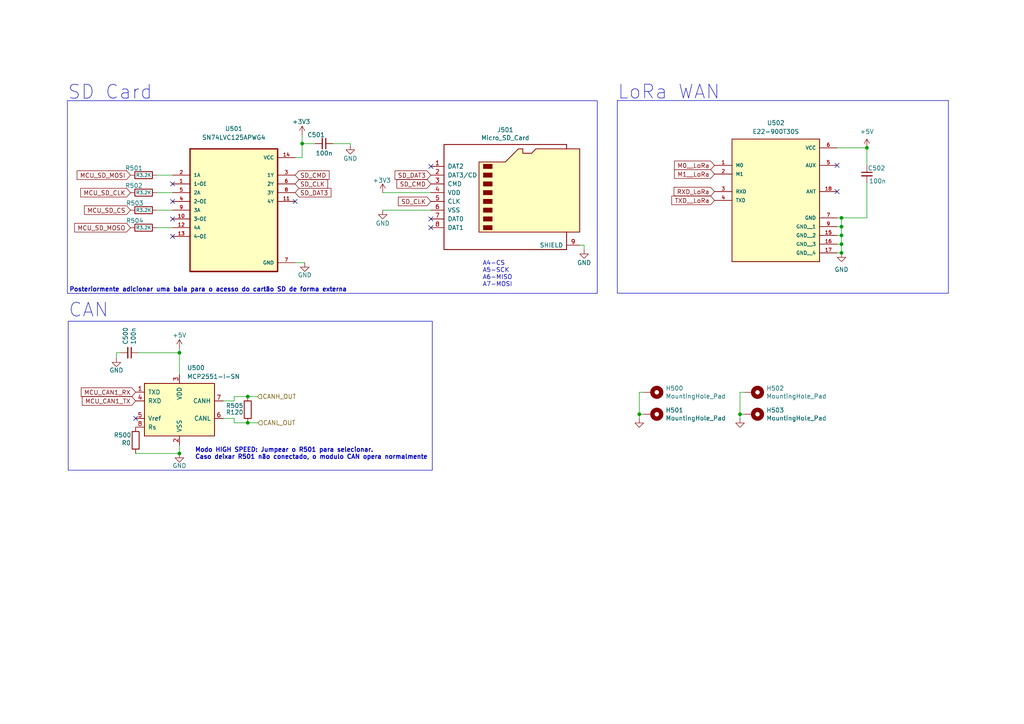
<source format=kicad_sch>
(kicad_sch (version 20230121) (generator eeschema)

  (uuid 8a801e8d-eb96-4666-aae5-97dd511c7930)

  (paper "A4")

  (lib_symbols
    (symbol "+5V_1" (power) (pin_names (offset 0)) (in_bom yes) (on_board yes)
      (property "Reference" "#PWR" (at 0 -3.81 0)
        (effects (font (size 1.27 1.27)) hide)
      )
      (property "Value" "+5V_1" (at 0 3.556 0)
        (effects (font (size 1.27 1.27)))
      )
      (property "Footprint" "" (at 0 0 0)
        (effects (font (size 1.27 1.27)) hide)
      )
      (property "Datasheet" "" (at 0 0 0)
        (effects (font (size 1.27 1.27)) hide)
      )
      (property "ki_keywords" "global power" (at 0 0 0)
        (effects (font (size 1.27 1.27)) hide)
      )
      (property "ki_description" "Power symbol creates a global label with name \"+5V\"" (at 0 0 0)
        (effects (font (size 1.27 1.27)) hide)
      )
      (symbol "+5V_1_0_1"
        (polyline
          (pts
            (xy -0.762 1.27)
            (xy 0 2.54)
          )
          (stroke (width 0) (type default))
          (fill (type none))
        )
        (polyline
          (pts
            (xy 0 0)
            (xy 0 2.54)
          )
          (stroke (width 0) (type default))
          (fill (type none))
        )
        (polyline
          (pts
            (xy 0 2.54)
            (xy 0.762 1.27)
          )
          (stroke (width 0) (type default))
          (fill (type none))
        )
      )
      (symbol "+5V_1_1_1"
        (pin power_in line (at 0 0 90) (length 0) hide
          (name "+5V" (effects (font (size 1.27 1.27))))
          (number "1" (effects (font (size 1.27 1.27))))
        )
      )
    )
    (symbol "Connector:Micro_SD_Card" (pin_names (offset 1.016)) (in_bom yes) (on_board yes)
      (property "Reference" "J" (at -16.51 15.24 0)
        (effects (font (size 1.27 1.27)))
      )
      (property "Value" "Micro_SD_Card" (at 16.51 15.24 0)
        (effects (font (size 1.27 1.27)) (justify right))
      )
      (property "Footprint" "" (at 29.21 7.62 0)
        (effects (font (size 1.27 1.27)) hide)
      )
      (property "Datasheet" "http://katalog.we-online.de/em/datasheet/693072010801.pdf" (at 0 0 0)
        (effects (font (size 1.27 1.27)) hide)
      )
      (property "ki_keywords" "connector SD microsd" (at 0 0 0)
        (effects (font (size 1.27 1.27)) hide)
      )
      (property "ki_description" "Micro SD Card Socket" (at 0 0 0)
        (effects (font (size 1.27 1.27)) hide)
      )
      (property "ki_fp_filters" "microSD*" (at 0 0 0)
        (effects (font (size 1.27 1.27)) hide)
      )
      (symbol "Micro_SD_Card_0_1"
        (rectangle (start -7.62 -9.525) (end -5.08 -10.795)
          (stroke (width 0) (type default))
          (fill (type outline))
        )
        (rectangle (start -7.62 -6.985) (end -5.08 -8.255)
          (stroke (width 0) (type default))
          (fill (type outline))
        )
        (rectangle (start -7.62 -4.445) (end -5.08 -5.715)
          (stroke (width 0) (type default))
          (fill (type outline))
        )
        (rectangle (start -7.62 -1.905) (end -5.08 -3.175)
          (stroke (width 0) (type default))
          (fill (type outline))
        )
        (rectangle (start -7.62 0.635) (end -5.08 -0.635)
          (stroke (width 0) (type default))
          (fill (type outline))
        )
        (rectangle (start -7.62 3.175) (end -5.08 1.905)
          (stroke (width 0) (type default))
          (fill (type outline))
        )
        (rectangle (start -7.62 5.715) (end -5.08 4.445)
          (stroke (width 0) (type default))
          (fill (type outline))
        )
        (rectangle (start -7.62 8.255) (end -5.08 6.985)
          (stroke (width 0) (type default))
          (fill (type outline))
        )
        (polyline
          (pts
            (xy 16.51 12.7)
            (xy 16.51 13.97)
            (xy -19.05 13.97)
            (xy -19.05 -16.51)
            (xy 16.51 -16.51)
            (xy 16.51 -11.43)
          )
          (stroke (width 0.254) (type default))
          (fill (type none))
        )
        (polyline
          (pts
            (xy -8.89 -11.43)
            (xy -8.89 8.89)
            (xy -1.27 8.89)
            (xy 2.54 12.7)
            (xy 3.81 12.7)
            (xy 3.81 11.43)
            (xy 6.35 11.43)
            (xy 7.62 12.7)
            (xy 20.32 12.7)
            (xy 20.32 -11.43)
            (xy -8.89 -11.43)
          )
          (stroke (width 0.254) (type default))
          (fill (type background))
        )
      )
      (symbol "Micro_SD_Card_1_1"
        (pin bidirectional line (at -22.86 7.62 0) (length 3.81)
          (name "DAT2" (effects (font (size 1.27 1.27))))
          (number "1" (effects (font (size 1.27 1.27))))
        )
        (pin bidirectional line (at -22.86 5.08 0) (length 3.81)
          (name "DAT3/CD" (effects (font (size 1.27 1.27))))
          (number "2" (effects (font (size 1.27 1.27))))
        )
        (pin input line (at -22.86 2.54 0) (length 3.81)
          (name "CMD" (effects (font (size 1.27 1.27))))
          (number "3" (effects (font (size 1.27 1.27))))
        )
        (pin power_in line (at -22.86 0 0) (length 3.81)
          (name "VDD" (effects (font (size 1.27 1.27))))
          (number "4" (effects (font (size 1.27 1.27))))
        )
        (pin input line (at -22.86 -2.54 0) (length 3.81)
          (name "CLK" (effects (font (size 1.27 1.27))))
          (number "5" (effects (font (size 1.27 1.27))))
        )
        (pin power_in line (at -22.86 -5.08 0) (length 3.81)
          (name "VSS" (effects (font (size 1.27 1.27))))
          (number "6" (effects (font (size 1.27 1.27))))
        )
        (pin bidirectional line (at -22.86 -7.62 0) (length 3.81)
          (name "DAT0" (effects (font (size 1.27 1.27))))
          (number "7" (effects (font (size 1.27 1.27))))
        )
        (pin bidirectional line (at -22.86 -10.16 0) (length 3.81)
          (name "DAT1" (effects (font (size 1.27 1.27))))
          (number "8" (effects (font (size 1.27 1.27))))
        )
        (pin passive line (at 20.32 -15.24 180) (length 3.81)
          (name "SHIELD" (effects (font (size 1.27 1.27))))
          (number "9" (effects (font (size 1.27 1.27))))
        )
      )
    )
    (symbol "Custom:SN74LVC125AD" (pin_names (offset 1.016)) (in_bom yes) (on_board yes)
      (property "Reference" "U" (at -12.7 18.78 0)
        (effects (font (size 1.27 1.27)) (justify left bottom))
      )
      (property "Value" "SN74LVC125AD" (at -12.7 -21.78 0)
        (effects (font (size 1.27 1.27)) (justify left bottom))
      )
      (property "Footprint" "SOIC127P600X175-14N" (at 0 0 0)
        (effects (font (size 1.27 1.27)) (justify bottom) hide)
      )
      (property "Datasheet" "" (at 0 0 0)
        (effects (font (size 1.27 1.27)) hide)
      )
      (symbol "SN74LVC125AD_0_0"
        (rectangle (start -12.7 -17.78) (end 12.7 17.78)
          (stroke (width 0.41) (type default))
          (fill (type background))
        )
        (pin input line (at -17.78 7.62 0) (length 5.08)
          (name "1~OE" (effects (font (size 1.016 1.016))))
          (number "1" (effects (font (size 1.016 1.016))))
        )
        (pin input line (at -17.78 -2.54 0) (length 5.08)
          (name "3~OE" (effects (font (size 1.016 1.016))))
          (number "10" (effects (font (size 1.016 1.016))))
        )
        (pin output line (at 17.78 2.54 180) (length 5.08)
          (name "4Y" (effects (font (size 1.016 1.016))))
          (number "11" (effects (font (size 1.016 1.016))))
        )
        (pin input line (at -17.78 -5.08 0) (length 5.08)
          (name "4A" (effects (font (size 1.016 1.016))))
          (number "12" (effects (font (size 1.016 1.016))))
        )
        (pin input line (at -17.78 -7.62 0) (length 5.08)
          (name "4~OE" (effects (font (size 1.016 1.016))))
          (number "13" (effects (font (size 1.016 1.016))))
        )
        (pin power_in line (at 17.78 15.24 180) (length 5.08)
          (name "VCC" (effects (font (size 1.016 1.016))))
          (number "14" (effects (font (size 1.016 1.016))))
        )
        (pin input line (at -17.78 10.16 0) (length 5.08)
          (name "1A" (effects (font (size 1.016 1.016))))
          (number "2" (effects (font (size 1.016 1.016))))
        )
        (pin output line (at 17.78 10.16 180) (length 5.08)
          (name "1Y" (effects (font (size 1.016 1.016))))
          (number "3" (effects (font (size 1.016 1.016))))
        )
        (pin input line (at -17.78 2.54 0) (length 5.08)
          (name "2~OE" (effects (font (size 1.016 1.016))))
          (number "4" (effects (font (size 1.016 1.016))))
        )
        (pin input line (at -17.78 5.08 0) (length 5.08)
          (name "2A" (effects (font (size 1.016 1.016))))
          (number "5" (effects (font (size 1.016 1.016))))
        )
        (pin output line (at 17.78 7.62 180) (length 5.08)
          (name "2Y" (effects (font (size 1.016 1.016))))
          (number "6" (effects (font (size 1.016 1.016))))
        )
        (pin power_in line (at 17.78 -15.24 180) (length 5.08)
          (name "GND" (effects (font (size 1.016 1.016))))
          (number "7" (effects (font (size 1.016 1.016))))
        )
        (pin output line (at 17.78 5.08 180) (length 5.08)
          (name "3Y" (effects (font (size 1.016 1.016))))
          (number "8" (effects (font (size 1.016 1.016))))
        )
        (pin input line (at -17.78 0 0) (length 5.08)
          (name "3A" (effects (font (size 1.016 1.016))))
          (number "9" (effects (font (size 1.016 1.016))))
        )
      )
    )
    (symbol "Device:C_Small" (pin_numbers hide) (pin_names (offset 0.254) hide) (in_bom yes) (on_board yes)
      (property "Reference" "C" (at 0.254 1.778 0)
        (effects (font (size 1.27 1.27)) (justify left))
      )
      (property "Value" "C_Small" (at 0.254 -2.032 0)
        (effects (font (size 1.27 1.27)) (justify left))
      )
      (property "Footprint" "" (at 0 0 0)
        (effects (font (size 1.27 1.27)) hide)
      )
      (property "Datasheet" "~" (at 0 0 0)
        (effects (font (size 1.27 1.27)) hide)
      )
      (property "ki_keywords" "capacitor cap" (at 0 0 0)
        (effects (font (size 1.27 1.27)) hide)
      )
      (property "ki_description" "Unpolarized capacitor, small symbol" (at 0 0 0)
        (effects (font (size 1.27 1.27)) hide)
      )
      (property "ki_fp_filters" "C_*" (at 0 0 0)
        (effects (font (size 1.27 1.27)) hide)
      )
      (symbol "C_Small_0_1"
        (polyline
          (pts
            (xy -1.524 -0.508)
            (xy 1.524 -0.508)
          )
          (stroke (width 0.3302) (type default))
          (fill (type none))
        )
        (polyline
          (pts
            (xy -1.524 0.508)
            (xy 1.524 0.508)
          )
          (stroke (width 0.3048) (type default))
          (fill (type none))
        )
      )
      (symbol "C_Small_1_1"
        (pin passive line (at 0 2.54 270) (length 2.032)
          (name "~" (effects (font (size 1.27 1.27))))
          (number "1" (effects (font (size 1.27 1.27))))
        )
        (pin passive line (at 0 -2.54 90) (length 2.032)
          (name "~" (effects (font (size 1.27 1.27))))
          (number "2" (effects (font (size 1.27 1.27))))
        )
      )
    )
    (symbol "Device:R" (pin_numbers hide) (pin_names (offset 0)) (in_bom yes) (on_board yes)
      (property "Reference" "R" (at 2.032 0 90)
        (effects (font (size 1.27 1.27)))
      )
      (property "Value" "R" (at 0 0 90)
        (effects (font (size 1.27 1.27)))
      )
      (property "Footprint" "" (at -1.778 0 90)
        (effects (font (size 1.27 1.27)) hide)
      )
      (property "Datasheet" "~" (at 0 0 0)
        (effects (font (size 1.27 1.27)) hide)
      )
      (property "ki_keywords" "R res resistor" (at 0 0 0)
        (effects (font (size 1.27 1.27)) hide)
      )
      (property "ki_description" "Resistor" (at 0 0 0)
        (effects (font (size 1.27 1.27)) hide)
      )
      (property "ki_fp_filters" "R_*" (at 0 0 0)
        (effects (font (size 1.27 1.27)) hide)
      )
      (symbol "R_0_1"
        (rectangle (start -1.016 -2.54) (end 1.016 2.54)
          (stroke (width 0.254) (type default))
          (fill (type none))
        )
      )
      (symbol "R_1_1"
        (pin passive line (at 0 3.81 270) (length 1.27)
          (name "~" (effects (font (size 1.27 1.27))))
          (number "1" (effects (font (size 1.27 1.27))))
        )
        (pin passive line (at 0 -3.81 90) (length 1.27)
          (name "~" (effects (font (size 1.27 1.27))))
          (number "2" (effects (font (size 1.27 1.27))))
        )
      )
    )
    (symbol "E22-900T30S:E22-900T30S" (pin_names (offset 1.016)) (in_bom yes) (on_board yes)
      (property "Reference" "U" (at -12.7 13.462 0)
        (effects (font (size 1.27 1.27)) (justify left bottom))
      )
      (property "Value" "E22-900T30S" (at -12.7 -25.4 0)
        (effects (font (size 1.27 1.27)) (justify left bottom))
      )
      (property "Footprint" "SnapEDA Library:XCVR_E22-900T30S" (at 0 0 0)
        (effects (font (size 1.27 1.27)) (justify left bottom) hide)
      )
      (property "Datasheet" "" (at 0 0 0)
        (effects (font (size 1.27 1.27)) (justify left bottom) hide)
      )
      (property "PARTREV" "1.4" (at 0 0 0)
        (effects (font (size 1.27 1.27)) (justify left bottom) hide)
      )
      (property "MANUFACTURER" "EBYTE" (at 0 0 0)
        (effects (font (size 1.27 1.27)) (justify left bottom) hide)
      )
      (property "MAXIMUM_PACKAGE_HEIGHT" "3.77mm" (at 0 0 0)
        (effects (font (size 1.27 1.27)) (justify left bottom) hide)
      )
      (property "STANDARD" "Manufacturer Recommendations" (at 0 0 0)
        (effects (font (size 1.27 1.27)) (justify left bottom) hide)
      )
      (property "ki_locked" "" (at 0 0 0)
        (effects (font (size 1.27 1.27)))
      )
      (symbol "E22-900T30S_0_0"
        (rectangle (start -12.7 -22.86) (end 12.7 12.7)
          (stroke (width 0.254) (type solid))
          (fill (type background))
        )
        (pin input line (at -17.78 5.08 0) (length 5.08)
          (name "M0" (effects (font (size 1.016 1.016))))
          (number "1" (effects (font (size 1.016 1.016))))
        )
        (pin power_in line (at 17.78 -15.24 180) (length 5.08)
          (name "GND__2" (effects (font (size 1.016 1.016))))
          (number "15" (effects (font (size 1.016 1.016))))
        )
        (pin power_in line (at 17.78 -17.78 180) (length 5.08)
          (name "GND__3" (effects (font (size 1.016 1.016))))
          (number "16" (effects (font (size 1.016 1.016))))
        )
        (pin power_in line (at 17.78 -20.32 180) (length 5.08)
          (name "GND__4" (effects (font (size 1.016 1.016))))
          (number "17" (effects (font (size 1.016 1.016))))
        )
        (pin output line (at 17.78 -2.54 180) (length 5.08)
          (name "ANT" (effects (font (size 1.016 1.016))))
          (number "18" (effects (font (size 1.016 1.016))))
        )
        (pin input line (at -17.78 2.54 0) (length 5.08)
          (name "M1" (effects (font (size 1.016 1.016))))
          (number "2" (effects (font (size 1.016 1.016))))
        )
        (pin input line (at -17.78 -2.54 0) (length 5.08)
          (name "RXD" (effects (font (size 1.016 1.016))))
          (number "3" (effects (font (size 1.016 1.016))))
        )
        (pin output line (at -17.78 -5.08 0) (length 5.08)
          (name "TXD" (effects (font (size 1.016 1.016))))
          (number "4" (effects (font (size 1.016 1.016))))
        )
        (pin output line (at 17.78 5.08 180) (length 5.08)
          (name "AUX" (effects (font (size 1.016 1.016))))
          (number "5" (effects (font (size 1.016 1.016))))
        )
        (pin power_in line (at 17.78 10.16 180) (length 5.08)
          (name "VCC" (effects (font (size 1.016 1.016))))
          (number "6" (effects (font (size 1.016 1.016))))
        )
        (pin power_in line (at 17.78 -10.16 180) (length 5.08)
          (name "GND" (effects (font (size 1.016 1.016))))
          (number "7" (effects (font (size 1.016 1.016))))
        )
        (pin power_in line (at 17.78 -12.7 180) (length 5.08)
          (name "GND__1" (effects (font (size 1.016 1.016))))
          (number "9" (effects (font (size 1.016 1.016))))
        )
      )
    )
    (symbol "GND_1" (power) (pin_names (offset 0)) (in_bom yes) (on_board yes)
      (property "Reference" "#PWR" (at 0 -6.35 0)
        (effects (font (size 1.27 1.27)) hide)
      )
      (property "Value" "GND_1" (at 0 -3.81 0)
        (effects (font (size 1.27 1.27)))
      )
      (property "Footprint" "" (at 0 0 0)
        (effects (font (size 1.27 1.27)) hide)
      )
      (property "Datasheet" "" (at 0 0 0)
        (effects (font (size 1.27 1.27)) hide)
      )
      (property "ki_keywords" "global power" (at 0 0 0)
        (effects (font (size 1.27 1.27)) hide)
      )
      (property "ki_description" "Power symbol creates a global label with name \"GND\" , ground" (at 0 0 0)
        (effects (font (size 1.27 1.27)) hide)
      )
      (symbol "GND_1_0_1"
        (polyline
          (pts
            (xy 0 0)
            (xy 0 -1.27)
            (xy 1.27 -1.27)
            (xy 0 -2.54)
            (xy -1.27 -1.27)
            (xy 0 -1.27)
          )
          (stroke (width 0) (type default))
          (fill (type none))
        )
      )
      (symbol "GND_1_1_1"
        (pin power_in line (at 0 0 270) (length 0) hide
          (name "GND" (effects (font (size 1.27 1.27))))
          (number "1" (effects (font (size 1.27 1.27))))
        )
      )
    )
    (symbol "Interface_CAN_LIN:MCP2551-I-SN" (pin_names (offset 1.016)) (in_bom yes) (on_board yes)
      (property "Reference" "U" (at -10.16 8.89 0)
        (effects (font (size 1.27 1.27)) (justify left))
      )
      (property "Value" "MCP2551-I-SN" (at 2.54 8.89 0)
        (effects (font (size 1.27 1.27)) (justify left))
      )
      (property "Footprint" "Package_SO:SOIC-8_3.9x4.9mm_P1.27mm" (at 0 -12.7 0)
        (effects (font (size 1.27 1.27) italic) hide)
      )
      (property "Datasheet" "http://ww1.microchip.com/downloads/en/devicedoc/21667d.pdf" (at 0 0 0)
        (effects (font (size 1.27 1.27)) hide)
      )
      (property "ki_keywords" "High-Speed CAN Transceiver" (at 0 0 0)
        (effects (font (size 1.27 1.27)) hide)
      )
      (property "ki_description" "High-Speed CAN Transceiver, 1Mbps, 5V supply, SOIC-8" (at 0 0 0)
        (effects (font (size 1.27 1.27)) hide)
      )
      (property "ki_fp_filters" "SOIC*3.9x4.9mm*P1.27mm*" (at 0 0 0)
        (effects (font (size 1.27 1.27)) hide)
      )
      (symbol "MCP2551-I-SN_0_1"
        (rectangle (start -10.16 7.62) (end 10.16 -7.62)
          (stroke (width 0.254) (type default))
          (fill (type background))
        )
      )
      (symbol "MCP2551-I-SN_1_1"
        (pin input line (at -12.7 5.08 0) (length 2.54)
          (name "TXD" (effects (font (size 1.27 1.27))))
          (number "1" (effects (font (size 1.27 1.27))))
        )
        (pin power_in line (at 0 -10.16 90) (length 2.54)
          (name "VSS" (effects (font (size 1.27 1.27))))
          (number "2" (effects (font (size 1.27 1.27))))
        )
        (pin power_in line (at 0 10.16 270) (length 2.54)
          (name "VDD" (effects (font (size 1.27 1.27))))
          (number "3" (effects (font (size 1.27 1.27))))
        )
        (pin output line (at -12.7 2.54 0) (length 2.54)
          (name "RXD" (effects (font (size 1.27 1.27))))
          (number "4" (effects (font (size 1.27 1.27))))
        )
        (pin power_out line (at -12.7 -2.54 0) (length 2.54)
          (name "Vref" (effects (font (size 1.27 1.27))))
          (number "5" (effects (font (size 1.27 1.27))))
        )
        (pin bidirectional line (at 12.7 -2.54 180) (length 2.54)
          (name "CANL" (effects (font (size 1.27 1.27))))
          (number "6" (effects (font (size 1.27 1.27))))
        )
        (pin bidirectional line (at 12.7 2.54 180) (length 2.54)
          (name "CANH" (effects (font (size 1.27 1.27))))
          (number "7" (effects (font (size 1.27 1.27))))
        )
        (pin input line (at -12.7 -5.08 0) (length 2.54)
          (name "Rs" (effects (font (size 1.27 1.27))))
          (number "8" (effects (font (size 1.27 1.27))))
        )
      )
    )
    (symbol "Mechanical:MountingHole_Pad" (pin_numbers hide) (pin_names (offset 1.016) hide) (in_bom yes) (on_board yes)
      (property "Reference" "H" (at 0 6.35 0)
        (effects (font (size 1.27 1.27)))
      )
      (property "Value" "MountingHole_Pad" (at 0 4.445 0)
        (effects (font (size 1.27 1.27)))
      )
      (property "Footprint" "" (at 0 0 0)
        (effects (font (size 1.27 1.27)) hide)
      )
      (property "Datasheet" "~" (at 0 0 0)
        (effects (font (size 1.27 1.27)) hide)
      )
      (property "ki_keywords" "mounting hole" (at 0 0 0)
        (effects (font (size 1.27 1.27)) hide)
      )
      (property "ki_description" "Mounting Hole with connection" (at 0 0 0)
        (effects (font (size 1.27 1.27)) hide)
      )
      (property "ki_fp_filters" "MountingHole*Pad*" (at 0 0 0)
        (effects (font (size 1.27 1.27)) hide)
      )
      (symbol "MountingHole_Pad_0_1"
        (circle (center 0 1.27) (radius 1.27)
          (stroke (width 1.27) (type default))
          (fill (type none))
        )
      )
      (symbol "MountingHole_Pad_1_1"
        (pin input line (at 0 -2.54 90) (length 2.54)
          (name "1" (effects (font (size 1.27 1.27))))
          (number "1" (effects (font (size 1.27 1.27))))
        )
      )
    )
    (symbol "power:+3V3" (power) (pin_names (offset 0)) (in_bom yes) (on_board yes)
      (property "Reference" "#PWR" (at 0 -3.81 0)
        (effects (font (size 1.27 1.27)) hide)
      )
      (property "Value" "+3V3" (at 0 3.556 0)
        (effects (font (size 1.27 1.27)))
      )
      (property "Footprint" "" (at 0 0 0)
        (effects (font (size 1.27 1.27)) hide)
      )
      (property "Datasheet" "" (at 0 0 0)
        (effects (font (size 1.27 1.27)) hide)
      )
      (property "ki_keywords" "power-flag" (at 0 0 0)
        (effects (font (size 1.27 1.27)) hide)
      )
      (property "ki_description" "Power symbol creates a global label with name \"+3V3\"" (at 0 0 0)
        (effects (font (size 1.27 1.27)) hide)
      )
      (symbol "+3V3_0_1"
        (polyline
          (pts
            (xy -0.762 1.27)
            (xy 0 2.54)
          )
          (stroke (width 0) (type default))
          (fill (type none))
        )
        (polyline
          (pts
            (xy 0 0)
            (xy 0 2.54)
          )
          (stroke (width 0) (type default))
          (fill (type none))
        )
        (polyline
          (pts
            (xy 0 2.54)
            (xy 0.762 1.27)
          )
          (stroke (width 0) (type default))
          (fill (type none))
        )
      )
      (symbol "+3V3_1_1"
        (pin power_in line (at 0 0 90) (length 0) hide
          (name "+3V3" (effects (font (size 1.27 1.27))))
          (number "1" (effects (font (size 1.27 1.27))))
        )
      )
    )
    (symbol "power:+5V" (power) (pin_names (offset 0)) (in_bom yes) (on_board yes)
      (property "Reference" "#PWR" (at 0 -3.81 0)
        (effects (font (size 1.27 1.27)) hide)
      )
      (property "Value" "+5V" (at 0 3.556 0)
        (effects (font (size 1.27 1.27)))
      )
      (property "Footprint" "" (at 0 0 0)
        (effects (font (size 1.27 1.27)) hide)
      )
      (property "Datasheet" "" (at 0 0 0)
        (effects (font (size 1.27 1.27)) hide)
      )
      (property "ki_keywords" "power-flag" (at 0 0 0)
        (effects (font (size 1.27 1.27)) hide)
      )
      (property "ki_description" "Power symbol creates a global label with name \"+5V\"" (at 0 0 0)
        (effects (font (size 1.27 1.27)) hide)
      )
      (symbol "+5V_0_1"
        (polyline
          (pts
            (xy -0.762 1.27)
            (xy 0 2.54)
          )
          (stroke (width 0) (type default))
          (fill (type none))
        )
        (polyline
          (pts
            (xy 0 0)
            (xy 0 2.54)
          )
          (stroke (width 0) (type default))
          (fill (type none))
        )
        (polyline
          (pts
            (xy 0 2.54)
            (xy 0.762 1.27)
          )
          (stroke (width 0) (type default))
          (fill (type none))
        )
      )
      (symbol "+5V_1_1"
        (pin power_in line (at 0 0 90) (length 0) hide
          (name "+5V" (effects (font (size 1.27 1.27))))
          (number "1" (effects (font (size 1.27 1.27))))
        )
      )
    )
    (symbol "power:GND" (power) (pin_names (offset 0)) (in_bom yes) (on_board yes)
      (property "Reference" "#PWR" (at 0 -6.35 0)
        (effects (font (size 1.27 1.27)) hide)
      )
      (property "Value" "GND" (at 0 -3.81 0)
        (effects (font (size 1.27 1.27)))
      )
      (property "Footprint" "" (at 0 0 0)
        (effects (font (size 1.27 1.27)) hide)
      )
      (property "Datasheet" "" (at 0 0 0)
        (effects (font (size 1.27 1.27)) hide)
      )
      (property "ki_keywords" "power-flag" (at 0 0 0)
        (effects (font (size 1.27 1.27)) hide)
      )
      (property "ki_description" "Power symbol creates a global label with name \"GND\" , ground" (at 0 0 0)
        (effects (font (size 1.27 1.27)) hide)
      )
      (symbol "GND_0_1"
        (polyline
          (pts
            (xy 0 0)
            (xy 0 -1.27)
            (xy 1.27 -1.27)
            (xy 0 -2.54)
            (xy -1.27 -1.27)
            (xy 0 -1.27)
          )
          (stroke (width 0) (type default))
          (fill (type none))
        )
      )
      (symbol "GND_1_1"
        (pin power_in line (at 0 0 270) (length 0) hide
          (name "GND" (effects (font (size 1.27 1.27))))
          (number "1" (effects (font (size 1.27 1.27))))
        )
      )
    )
  )

  (junction (at 52.0446 131.5212) (diameter 0) (color 0 0 0 0)
    (uuid 065b6a4a-0850-4534-9a15-d3ebd66bbfb7)
  )
  (junction (at 71.8566 122.6312) (diameter 0) (color 0 0 0 0)
    (uuid 1db5a147-40fa-4d58-b820-1f4dd7fd29c9)
  )
  (junction (at 71.8566 115.0112) (diameter 0) (color 0 0 0 0)
    (uuid 28b354ea-b4a7-449f-b724-51a4958fcd77)
  )
  (junction (at 244.0686 70.8152) (diameter 0) (color 0 0 0 0)
    (uuid 334858ee-c511-46a7-88c2-671492834cf3)
  )
  (junction (at 244.0686 63.1952) (diameter 0) (color 0 0 0 0)
    (uuid 854b59a8-ecc1-4d52-99dc-83d7b3eda167)
  )
  (junction (at 214.63 120.142) (diameter 0) (color 0 0 0 0)
    (uuid 9ce400c1-6a0c-4261-9c80-bf0d01aff437)
  )
  (junction (at 87.63 41.656) (diameter 0) (color 0 0 0 0)
    (uuid a8d43a9b-60e4-4f66-b53b-b1accf69e0bb)
  )
  (junction (at 185.42 120.142) (diameter 0) (color 0 0 0 0)
    (uuid c15aa45e-f589-44d3-a485-19141d9c143a)
  )
  (junction (at 251.4346 42.8752) (diameter 0) (color 0 0 0 0)
    (uuid d30d0816-eaac-4467-80c2-75282310b84d)
  )
  (junction (at 244.0686 68.2752) (diameter 0) (color 0 0 0 0)
    (uuid d729563c-9f80-477f-8ffb-63124944fc26)
  )
  (junction (at 52.0446 102.3112) (diameter 0) (color 0 0 0 0)
    (uuid da8d5dc2-bd80-4358-a861-6f1750cc49c4)
  )
  (junction (at 244.0686 65.7352) (diameter 0) (color 0 0 0 0)
    (uuid dfd0f40f-9c2e-492a-bbae-3ca003f8a337)
  )
  (junction (at 244.0686 73.3552) (diameter 0) (color 0 0 0 0)
    (uuid e7ee79b6-4f12-44ba-b00b-94604fca67e6)
  )

  (no_connect (at 124.968 63.5) (uuid 26aa17d5-dcca-4016-a3eb-c8094f7b4174))
  (no_connect (at 124.968 66.04) (uuid 26aa17d5-dcca-4016-a3eb-c8094f7b4175))
  (no_connect (at 50.038 58.42) (uuid 3685cb5d-c80d-478a-bcf1-0870c238ee0f))
  (no_connect (at 50.038 53.34) (uuid 3685cb5d-c80d-478a-bcf1-0870c238ee10))
  (no_connect (at 50.038 68.58) (uuid 3685cb5d-c80d-478a-bcf1-0870c238ee11))
  (no_connect (at 50.038 63.5) (uuid 3685cb5d-c80d-478a-bcf1-0870c238ee12))
  (no_connect (at 124.968 48.26) (uuid a0e452a4-5a9d-49bb-a1c5-32d6f5fba647))
  (no_connect (at 85.598 58.42) (uuid bba34fb1-3274-4ca2-a29c-fb1131f0d75c))
  (no_connect (at 242.7986 47.9552) (uuid ca76a117-2a6d-4eff-90ec-94917606f85c))
  (no_connect (at 242.7986 55.5752) (uuid dc606899-b0e3-4aaf-9e51-dd175ab5a488))
  (no_connect (at 39.3446 121.3612) (uuid dd31726d-53b5-4c96-82f1-f8d5d4bfa736))

  (wire (pts (xy 244.0686 70.8152) (xy 244.0686 73.3552))
    (stroke (width 0) (type default))
    (uuid 0e56a206-49c0-40f3-9f1a-58c1d05e5617)
  )
  (wire (pts (xy 110.998 60.96) (xy 124.968 60.96))
    (stroke (width 0) (type default))
    (uuid 107227cf-1506-4ea5-accb-df7b9e020d4f)
  )
  (polyline (pts (xy 19.7866 93.1672) (xy 19.7866 136.3472))
    (stroke (width 0) (type default))
    (uuid 195c7185-ae31-4b4b-b0ce-cf9c398090a2)
  )

  (wire (pts (xy 251.4346 42.8752) (xy 251.4346 47.9552))
    (stroke (width 0) (type default))
    (uuid 1d45e0ce-1e13-4cee-83c2-06d4d002ea33)
  )
  (wire (pts (xy 169.418 71.12) (xy 168.148 71.12))
    (stroke (width 0) (type default))
    (uuid 2127820f-fe90-47cd-9f66-00a6f532b7dc)
  )
  (wire (pts (xy 52.0446 101.0412) (xy 52.0446 102.3112))
    (stroke (width 0) (type default))
    (uuid 27419e2a-9a90-45ae-8b59-444c6adab170)
  )
  (wire (pts (xy 242.7986 63.1952) (xy 244.0686 63.1952))
    (stroke (width 0) (type default))
    (uuid 2d63f134-372b-41e5-9d54-748999f2e68d)
  )
  (wire (pts (xy 244.0686 63.1952) (xy 244.0686 65.7352))
    (stroke (width 0) (type default))
    (uuid 2f94e70d-88f3-49e0-9f22-ae8686ab7678)
  )
  (polyline (pts (xy 19.558 29.21) (xy 19.558 85.09))
    (stroke (width 0) (type default))
    (uuid 36df5b93-14d7-4131-acf1-427e8738f055)
  )

  (wire (pts (xy 214.63 113.792) (xy 215.9 113.792))
    (stroke (width 0) (type default))
    (uuid 3897a3aa-a78c-4afd-900f-8f2dee62147d)
  )
  (wire (pts (xy 67.9196 121.3612) (xy 67.9196 122.6312))
    (stroke (width 0) (type default))
    (uuid 484ed5f5-abd0-4cc1-9936-80db8c51cdda)
  )
  (wire (pts (xy 67.9196 116.2812) (xy 67.9196 115.0112))
    (stroke (width 0) (type default))
    (uuid 4a0ab7af-050d-4a16-8b10-a9a7acff518e)
  )
  (wire (pts (xy 87.63 45.72) (xy 87.63 41.656))
    (stroke (width 0) (type default))
    (uuid 4f9365e5-8ef6-4e99-a7bf-18df33e2ca50)
  )
  (wire (pts (xy 251.4346 53.0352) (xy 251.4346 63.1952))
    (stroke (width 0) (type default))
    (uuid 5093bac0-eee3-4831-a673-9481c6de2b36)
  )
  (wire (pts (xy 33.7566 102.3112) (xy 35.0266 102.3112))
    (stroke (width 0) (type default))
    (uuid 60ea3467-a092-429b-8f95-5e2b6142d768)
  )
  (wire (pts (xy 110.998 55.88) (xy 124.968 55.88))
    (stroke (width 0) (type default))
    (uuid 6d7d1cd5-6735-452c-93f8-0bd661529577)
  )
  (wire (pts (xy 67.9196 122.6312) (xy 71.8566 122.6312))
    (stroke (width 0) (type default))
    (uuid 6d92aea8-b831-4136-a3c0-4eab12418295)
  )
  (wire (pts (xy 96.52 41.656) (xy 101.6 41.656))
    (stroke (width 0) (type default))
    (uuid 73c12f69-77eb-4166-8b1b-f2cc4fa0b6fd)
  )
  (wire (pts (xy 169.418 72.39) (xy 169.418 71.12))
    (stroke (width 0) (type default))
    (uuid 7422a69d-4467-4354-b7c2-cb2d82559ddd)
  )
  (wire (pts (xy 67.9196 115.0112) (xy 71.8566 115.0112))
    (stroke (width 0) (type default))
    (uuid 74670213-56ef-4734-8f23-1a987251dea7)
  )
  (wire (pts (xy 64.7446 116.2812) (xy 67.9196 116.2812))
    (stroke (width 0) (type default))
    (uuid 75c433e9-b3c5-4ee8-b5b4-8c12fc9b677b)
  )
  (wire (pts (xy 242.7986 68.2752) (xy 244.0686 68.2752))
    (stroke (width 0) (type default))
    (uuid 760d4ae7-429f-436b-9000-6a0cd237cc42)
  )
  (wire (pts (xy 186.69 120.142) (xy 185.42 120.142))
    (stroke (width 0) (type default))
    (uuid 76f1dfde-9f02-4ce8-8392-f5ea094e6c81)
  )
  (wire (pts (xy 244.0686 73.3552) (xy 242.7986 73.3552))
    (stroke (width 0) (type default))
    (uuid 7700c851-f4be-4166-b928-f2a037f437dc)
  )
  (wire (pts (xy 214.63 120.142) (xy 214.63 113.792))
    (stroke (width 0) (type default))
    (uuid 779df61d-37b2-4f15-96db-daa406d3398f)
  )
  (polyline (pts (xy 19.558 85.09) (xy 173.228 85.09))
    (stroke (width 0) (type default))
    (uuid 7b6211cc-647d-48c4-beeb-1f8b75875704)
  )

  (wire (pts (xy 242.7986 70.8152) (xy 244.0686 70.8152))
    (stroke (width 0) (type default))
    (uuid 7f12ed8f-b67c-49b2-b1bb-6af4063091e9)
  )
  (polyline (pts (xy 173.228 85.09) (xy 173.228 29.21))
    (stroke (width 0) (type default))
    (uuid 826a6adc-db6d-49f1-b02d-c3e45d894c77)
  )

  (wire (pts (xy 101.6 41.656) (xy 101.6 42.164))
    (stroke (width 0) (type default))
    (uuid 828bc8b5-fc3f-42a5-9307-5e19fcbdb70a)
  )
  (wire (pts (xy 185.42 120.142) (xy 185.42 113.792))
    (stroke (width 0) (type default))
    (uuid 82a30aa8-2c27-4bf1-baba-9b011a0d2975)
  )
  (wire (pts (xy 242.7986 42.8752) (xy 251.4346 42.8752))
    (stroke (width 0) (type default))
    (uuid 83529621-0f45-4721-a1b3-68bf5796736c)
  )
  (wire (pts (xy 251.4346 63.1952) (xy 244.0686 63.1952))
    (stroke (width 0) (type default))
    (uuid 84138117-3dcf-417f-8795-4a281e55d576)
  )
  (wire (pts (xy 185.42 113.792) (xy 186.69 113.792))
    (stroke (width 0) (type default))
    (uuid 84446ad9-7928-4be6-86d6-eefa52c0ed9f)
  )
  (wire (pts (xy 45.466 50.8) (xy 50.038 50.8))
    (stroke (width 0) (type default))
    (uuid 925991ee-c214-40fc-a801-49540d2256d1)
  )
  (wire (pts (xy 244.0686 68.2752) (xy 244.0686 70.8152))
    (stroke (width 0) (type default))
    (uuid 97134217-0a12-478d-96ce-45d376b92639)
  )
  (wire (pts (xy 39.3446 131.5212) (xy 52.0446 131.5212))
    (stroke (width 0) (type default))
    (uuid 9914ed18-d48e-4eda-9b8c-ae30dbb5aaa3)
  )
  (wire (pts (xy 64.7446 121.3612) (xy 67.9196 121.3612))
    (stroke (width 0) (type default))
    (uuid 9dfa5c25-a484-4a44-832e-65a633d9bde6)
  )
  (polyline (pts (xy 179.0446 29.1592) (xy 179.0446 85.0392))
    (stroke (width 0) (type default))
    (uuid 9e6ac148-20ee-48fa-a2cb-4ef153f1a3e5)
  )

  (wire (pts (xy 40.1066 102.3112) (xy 52.0446 102.3112))
    (stroke (width 0) (type default))
    (uuid aa156761-786a-4dd7-9833-265935887ba1)
  )
  (wire (pts (xy 45.466 66.04) (xy 50.038 66.04))
    (stroke (width 0) (type default))
    (uuid aae1072d-7ebe-4646-873a-3be00d89bb42)
  )
  (wire (pts (xy 85.598 45.72) (xy 87.63 45.72))
    (stroke (width 0) (type default))
    (uuid ba966d2b-e890-4599-a922-a1dd3f0708d0)
  )
  (wire (pts (xy 52.0446 102.3112) (xy 52.0446 108.6612))
    (stroke (width 0) (type default))
    (uuid c1ed02c9-fcaa-4cd4-aa19-2c6114ddb823)
  )
  (polyline (pts (xy 19.7866 136.3726) (xy 125.3744 136.3726))
    (stroke (width 0) (type default))
    (uuid c335e940-5497-4d99-8fd4-dab8bdb0b677)
  )

  (wire (pts (xy 244.0686 65.7352) (xy 244.0686 68.2752))
    (stroke (width 0) (type default))
    (uuid c55dc173-8d52-4f78-853b-834117160527)
  )
  (wire (pts (xy 85.598 76.2) (xy 88.392 76.2))
    (stroke (width 0) (type default))
    (uuid c6237ac6-47e5-41ae-b03d-8445e5947340)
  )
  (wire (pts (xy 52.0446 128.9812) (xy 52.0446 131.5212))
    (stroke (width 0) (type default))
    (uuid c6bddaf6-5a75-46a5-add0-d5c236c8ecdb)
  )
  (polyline (pts (xy 125.3744 93.1672) (xy 19.7866 93.1672))
    (stroke (width 0) (type default))
    (uuid c76f26e8-50c4-4808-b5ed-43afce20698b)
  )

  (wire (pts (xy 71.8566 122.6312) (xy 74.7776 122.6312))
    (stroke (width 0) (type default))
    (uuid c802a46b-6dcd-48be-b200-2a7c930662d3)
  )
  (wire (pts (xy 45.466 55.88) (xy 50.038 55.88))
    (stroke (width 0) (type default))
    (uuid c92536b3-d6dc-4c07-8514-870726ce1686)
  )
  (polyline (pts (xy 275.0566 85.0392) (xy 179.0446 85.0392))
    (stroke (width 0) (type default))
    (uuid c9dfcc18-7978-4ea0-a439-7a0e69a501d3)
  )

  (wire (pts (xy 33.7566 102.3112) (xy 33.7566 103.8352))
    (stroke (width 0) (type default))
    (uuid cab931ca-2333-431e-ade5-1feabe512406)
  )
  (wire (pts (xy 185.42 121.412) (xy 185.42 120.142))
    (stroke (width 0) (type default))
    (uuid d88f0038-4b86-40bf-96cc-bbf9eb879ce6)
  )
  (wire (pts (xy 87.63 41.656) (xy 87.63 39.116))
    (stroke (width 0) (type default))
    (uuid dafab28c-837a-420a-8ebf-0fd822c76a56)
  )
  (wire (pts (xy 215.9 120.142) (xy 214.63 120.142))
    (stroke (width 0) (type default))
    (uuid dea78674-892a-44ed-b218-4c97d32d2ca7)
  )
  (wire (pts (xy 71.8566 115.0112) (xy 74.6506 115.0112))
    (stroke (width 0) (type default))
    (uuid e54b50ce-02f9-4ea7-bc53-821ce650cb7b)
  )
  (polyline (pts (xy 275.0566 29.1592) (xy 275.0566 85.0392))
    (stroke (width 0) (type default))
    (uuid e751cb08-d25c-45d4-a063-5b0c29ddaee1)
  )

  (wire (pts (xy 214.63 121.412) (xy 214.63 120.142))
    (stroke (width 0) (type default))
    (uuid ee3ef55f-2763-47f3-a26e-ca1dad882b90)
  )
  (polyline (pts (xy 179.0446 29.1592) (xy 275.0566 29.1592))
    (stroke (width 0) (type default))
    (uuid ef8c2013-0a75-4bb4-956f-0212e9c8b8e2)
  )
  (polyline (pts (xy 125.3744 136.3726) (xy 125.3744 93.1672))
    (stroke (width 0) (type default))
    (uuid f6c483da-5528-439a-bd6b-05c4f7682e01)
  )
  (polyline (pts (xy 173.228 29.21) (xy 19.558 29.21))
    (stroke (width 0) (type default))
    (uuid f99a1b5b-776c-4c78-b518-85e5d2f9aadc)
  )

  (wire (pts (xy 242.7986 65.7352) (xy 244.0686 65.7352))
    (stroke (width 0) (type default))
    (uuid fd72bc5a-8ec5-4c75-86a4-f11c0012166b)
  )
  (wire (pts (xy 45.466 60.96) (xy 50.038 60.96))
    (stroke (width 0) (type default))
    (uuid fed37c6e-11d5-4395-9927-a34016b130af)
  )
  (wire (pts (xy 91.44 41.656) (xy 87.63 41.656))
    (stroke (width 0) (type default))
    (uuid ff14c13f-e7e6-47d1-bed2-58ba664c5849)
  )

  (text "Modo HIGH SPEED: Jumpear o R501 para selecionar.\nCaso deixar R501 não conectado, o modulo CAN opera normalmente"
    (at 56.515 133.4008 0)
    (effects (font (size 1.27 1.27) (thickness 0.254) bold) (justify left bottom))
    (uuid 10c5c97a-a030-4bfb-9c56-48994eb661fb)
  )
  (text "LoRa WAN\n" (at 179.0446 29.1592 0)
    (effects (font (size 4 4)) (justify left bottom))
    (uuid 2308f605-f0c1-4e25-ac80-f380b09e77ce)
  )
  (text "CAN" (at 19.7866 92.4052 0)
    (effects (font (size 4 4)) (justify left bottom))
    (uuid 281ed6ab-0334-4ce3-8eb2-9e0f34999b28)
  )
  (text "SD Card\n" (at 19.558 29.21 0)
    (effects (font (size 4 4)) (justify left bottom))
    (uuid 638c70de-6c15-4c13-95f0-c477599fb94e)
  )
  (text "A4-CS\nA5-SCK\nA6-MISO\nA7-MOSI" (at 139.954 83.312 0)
    (effects (font (size 1.27 1.27)) (justify left bottom))
    (uuid 809a11e1-400e-45bd-bd94-90d06d672632)
  )
  (text "Posteriormente adicionar uma baia para o acesso do cartão SD de forma externa "
    (at 20.066 84.836 0)
    (effects (font (size 1.27 1.27) bold) (justify left bottom))
    (uuid b39ec8c3-e56e-4596-a42f-3d1821e585c1)
  )

  (global_label "M1__LoRa" (shape input) (at 207.2386 50.4952 180) (fields_autoplaced)
    (effects (font (size 1.27 1.27)) (justify right))
    (uuid 109a3cf4-9c5d-44fc-87f0-821eae6bcd89)
    (property "Intersheetrefs" "${INTERSHEET_REFS}" (at 195.7154 50.4952 0)
      (effects (font (size 1.27 1.27)) (justify right) hide)
    )
  )
  (global_label "MCU_CAN1_TX" (shape input) (at 39.3446 116.2812 180) (fields_autoplaced)
    (effects (font (size 1.27 1.27)) (justify right))
    (uuid 10b03160-0b3b-459a-977c-d8159725f12a)
    (property "Intersheetrefs" "${INTERSHEET_REFS}" (at -69.8754 -19.6088 0)
      (effects (font (size 1.27 1.27)) hide)
    )
  )
  (global_label "RXD_LoRa" (shape input) (at 207.2386 55.5752 180) (fields_autoplaced)
    (effects (font (size 1.27 1.27)) (justify right))
    (uuid 15e8273b-7f59-4c00-a1e9-258b25b83293)
    (property "Intersheetrefs" "${INTERSHEET_REFS}" (at 195.5944 55.5752 0)
      (effects (font (size 1.27 1.27)) (justify right) hide)
    )
  )
  (global_label "SD_CLK" (shape input) (at 124.968 58.42 180) (fields_autoplaced)
    (effects (font (size 1.27 1.27)) (justify right))
    (uuid 19f7860d-f7d8-41f9-b531-da2734a2ecb7)
    (property "Intersheetrefs" "${INTERSHEET_REFS}" (at 115.6286 58.3406 0)
      (effects (font (size 1.27 1.27)) (justify right) hide)
    )
  )
  (global_label "TXD__LoRa" (shape input) (at 207.2386 58.1152 180) (fields_autoplaced)
    (effects (font (size 1.27 1.27)) (justify right))
    (uuid 270d99ee-fac3-4af1-8daf-880802f759e4)
    (property "Intersheetrefs" "${INTERSHEET_REFS}" (at 194.9292 58.1152 0)
      (effects (font (size 1.27 1.27)) (justify right) hide)
    )
  )
  (global_label "SD_DAT3" (shape input) (at 124.968 50.8 180) (fields_autoplaced)
    (effects (font (size 1.27 1.27)) (justify right))
    (uuid 37868b13-4fb1-470d-b189-4d9e4f3cacd4)
    (property "Intersheetrefs" "${INTERSHEET_REFS}" (at 114.6609 50.7206 0)
      (effects (font (size 1.27 1.27)) (justify right) hide)
    )
  )
  (global_label "SD_CMD" (shape input) (at 124.968 53.34 180) (fields_autoplaced)
    (effects (font (size 1.27 1.27)) (justify right))
    (uuid 6b4f7592-a6d8-458c-90bb-1118ed480f37)
    (property "Intersheetrefs" "${INTERSHEET_REFS}" (at 115.2052 53.2606 0)
      (effects (font (size 1.27 1.27)) (justify right) hide)
    )
  )
  (global_label "MCU_SD_MOSI" (shape input) (at 37.846 50.8 180) (fields_autoplaced)
    (effects (font (size 1.27 1.27)) (justify right))
    (uuid 81770c9f-eec1-4b50-8f9b-d81df3ee44f6)
    (property "Intersheetrefs" "${INTERSHEET_REFS}" (at 22.4589 50.7206 0)
      (effects (font (size 1.27 1.27)) (justify right) hide)
    )
  )
  (global_label "SD_CMD" (shape input) (at 85.598 50.8 0) (fields_autoplaced)
    (effects (font (size 1.27 1.27)) (justify left))
    (uuid 89f4a91a-6066-4d22-932e-b147ef89d8b1)
    (property "Intersheetrefs" "${INTERSHEET_REFS}" (at 95.3608 50.8794 0)
      (effects (font (size 1.27 1.27)) (justify left) hide)
    )
  )
  (global_label "MCU_CAN1_RX" (shape input) (at 39.3446 113.7412 180) (fields_autoplaced)
    (effects (font (size 1.27 1.27)) (justify right))
    (uuid b960224a-4f3b-43c4-b685-765d74207ee1)
    (property "Intersheetrefs" "${INTERSHEET_REFS}" (at -69.8754 -24.6888 0)
      (effects (font (size 1.27 1.27)) hide)
    )
  )
  (global_label "SD_DAT3" (shape input) (at 85.598 55.88 0) (fields_autoplaced)
    (effects (font (size 1.27 1.27)) (justify left))
    (uuid bbb7121a-d4f4-4973-9726-4599e2f856ef)
    (property "Intersheetrefs" "${INTERSHEET_REFS}" (at 95.9051 55.9594 0)
      (effects (font (size 1.27 1.27)) (justify left) hide)
    )
  )
  (global_label "MCU_SD_CS" (shape input) (at 37.846 60.96 180) (fields_autoplaced)
    (effects (font (size 1.27 1.27)) (justify right))
    (uuid c718a639-72e9-43ab-8f80-b01e475e6246)
    (property "Intersheetrefs" "${INTERSHEET_REFS}" (at 24.5756 60.8806 0)
      (effects (font (size 1.27 1.27)) (justify right) hide)
    )
  )
  (global_label "M0__LoRa" (shape input) (at 207.2386 47.9552 180) (fields_autoplaced)
    (effects (font (size 1.27 1.27)) (justify right))
    (uuid cfb0b0e0-a646-4779-ba5f-7d9891c1ceaa)
    (property "Intersheetrefs" "${INTERSHEET_REFS}" (at 195.7154 47.9552 0)
      (effects (font (size 1.27 1.27)) (justify right) hide)
    )
  )
  (global_label "MCU_SD_MOSO" (shape input) (at 37.846 66.04 180) (fields_autoplaced)
    (effects (font (size 1.27 1.27)) (justify right))
    (uuid db3a51cb-a7de-4f11-abd2-4f858b343cfe)
    (property "Intersheetrefs" "${INTERSHEET_REFS}" (at 21.7332 65.9606 0)
      (effects (font (size 1.27 1.27)) (justify right) hide)
    )
  )
  (global_label "SD_CLK" (shape input) (at 85.598 53.34 0) (fields_autoplaced)
    (effects (font (size 1.27 1.27)) (justify left))
    (uuid f281fabb-9be5-40d5-9b4f-35565e93ce35)
    (property "Intersheetrefs" "${INTERSHEET_REFS}" (at 94.9374 53.4194 0)
      (effects (font (size 1.27 1.27)) (justify left) hide)
    )
  )
  (global_label "MCU_SD_CLK" (shape input) (at 37.846 55.88 180) (fields_autoplaced)
    (effects (font (size 1.27 1.27)) (justify right))
    (uuid f4ea3a60-0301-4c75-b144-74592545b39e)
    (property "Intersheetrefs" "${INTERSHEET_REFS}" (at 23.487 55.8006 0)
      (effects (font (size 1.27 1.27)) (justify right) hide)
    )
  )

  (hierarchical_label "CANH_OUT" (shape input) (at 74.6506 115.0112 0) (fields_autoplaced)
    (effects (font (size 1.27 1.27)) (justify left))
    (uuid 3a50ad3a-4e95-4571-9836-8d8abb57199a)
  )
  (hierarchical_label "CANL_OUT" (shape input) (at 74.7776 122.6312 0) (fields_autoplaced)
    (effects (font (size 1.27 1.27)) (justify left))
    (uuid a37ea97b-d52f-4f5f-b5d6-1fc76e18676b)
  )

  (symbol (lib_id "Connector:Micro_SD_Card") (at 147.828 55.88 0) (unit 1)
    (in_bom yes) (on_board yes) (dnp no)
    (uuid 00000000-0000-0000-0000-0000604b1e18)
    (property "Reference" "J501" (at 146.558 37.6682 0)
      (effects (font (size 1.27 1.27)))
    )
    (property "Value" "Micro_SD_Card" (at 146.558 39.9796 0)
      (effects (font (size 1.27 1.27)))
    )
    (property "Footprint" "BluePhil-Footprints:TF-102-15" (at 177.038 48.26 0)
      (effects (font (size 1.27 1.27)) hide)
    )
    (property "Datasheet" "http://katalog.we-online.de/em/datasheet/693072010801.pdf" (at 147.828 55.88 0)
      (effects (font (size 1.27 1.27)) hide)
    )
    (property "LCSC Part #" "C266609" (at 147.828 55.88 0)
      (effects (font (size 1.27 1.27)) hide)
    )
    (pin "1" (uuid 646b1a06-1165-4117-901a-9b61ee5a6376))
    (pin "2" (uuid 14ef501b-5b32-4091-8735-3e592d9c9132))
    (pin "3" (uuid d93b291a-4ea3-447b-85f1-b0fc70d38fbd))
    (pin "4" (uuid 6523ea9f-6fb0-44d2-a006-59b97ef4c1e6))
    (pin "5" (uuid c0c4823a-acc7-4c1e-864f-1759bd05f8b1))
    (pin "6" (uuid 86b3ca08-e647-4de4-973d-c065676768ae))
    (pin "7" (uuid 821c1ab6-c8c2-43b0-a3e4-32eae84b45ea))
    (pin "8" (uuid a631a2cb-4a2f-44d9-86d7-104e8d44c0ec))
    (pin "9" (uuid 5c1562f2-dedf-4e61-945a-0a3b7d983cc2))
    (instances
      (project "BluePhil"
        (path "/07171637-6e41-4e80-a107-1fcca1fd6ec6/00000000-0000-0000-0000-0000604396a6"
          (reference "J501") (unit 1)
        )
      )
    )
  )

  (symbol (lib_id "Device:C_Small") (at 37.5666 102.3112 270) (unit 1)
    (in_bom yes) (on_board yes) (dnp no)
    (uuid 00000000-0000-0000-0000-00006053472d)
    (property "Reference" "C500" (at 36.3982 99.9744 0)
      (effects (font (size 1.27 1.27)) (justify right))
    )
    (property "Value" "100n" (at 38.7096 99.9744 0)
      (effects (font (size 1.27 1.27)) (justify right))
    )
    (property "Footprint" "Capacitor_SMD:C_0402_1005Metric" (at 37.5666 102.3112 0)
      (effects (font (size 1.27 1.27)) hide)
    )
    (property "Datasheet" "~" (at 37.5666 102.3112 0)
      (effects (font (size 1.27 1.27)) hide)
    )
    (property "LCSC Part #" "C1525" (at 37.5666 102.3112 0)
      (effects (font (size 1.27 1.27)) hide)
    )
    (pin "1" (uuid 7a437cfb-7674-4164-a415-abfbd9ed35a6))
    (pin "2" (uuid a6f07068-8032-4b2c-ba93-fa270d5f1c7c))
    (instances
      (project "BluePhil"
        (path "/07171637-6e41-4e80-a107-1fcca1fd6ec6/00000000-0000-0000-0000-0000604396a6"
          (reference "C500") (unit 1)
        )
      )
    )
  )

  (symbol (lib_id "power:+5V") (at 52.0446 101.0412 0) (unit 1)
    (in_bom yes) (on_board yes) (dnp no)
    (uuid 00000000-0000-0000-0000-00006054049e)
    (property "Reference" "#PWR0501" (at 52.0446 104.8512 0)
      (effects (font (size 1.27 1.27)) hide)
    )
    (property "Value" "+5V" (at 52.0446 97.2312 0)
      (effects (font (size 1.27 1.27)))
    )
    (property "Footprint" "" (at 52.0446 101.0412 0)
      (effects (font (size 1.27 1.27)) hide)
    )
    (property "Datasheet" "" (at 52.0446 101.0412 0)
      (effects (font (size 1.27 1.27)) hide)
    )
    (pin "1" (uuid 020d5b1f-e557-4a5c-88dc-1d9f672c830b))
    (instances
      (project "BluePhil"
        (path "/07171637-6e41-4e80-a107-1fcca1fd6ec6/00000000-0000-0000-0000-0000604396a6"
          (reference "#PWR0501") (unit 1)
        )
      )
    )
  )

  (symbol (lib_id "Mechanical:MountingHole_Pad") (at 189.23 120.142 270) (unit 1)
    (in_bom yes) (on_board yes) (dnp no)
    (uuid 00000000-0000-0000-0000-0000605798ab)
    (property "Reference" "H501" (at 193.04 118.9736 90)
      (effects (font (size 1.27 1.27)) (justify left))
    )
    (property "Value" "MountingHole_Pad" (at 193.04 121.285 90)
      (effects (font (size 1.27 1.27)) (justify left))
    )
    (property "Footprint" "MountingHole:MountingHole_3.2mm_M3_Pad_Via" (at 189.23 120.142 0)
      (effects (font (size 1.27 1.27)) hide)
    )
    (property "Datasheet" "~" (at 189.23 120.142 0)
      (effects (font (size 1.27 1.27)) hide)
    )
    (pin "1" (uuid 0dbdd880-395a-4434-923a-be51a1e90467))
    (instances
      (project "BluePhil"
        (path "/07171637-6e41-4e80-a107-1fcca1fd6ec6/00000000-0000-0000-0000-0000604396a6"
          (reference "H501") (unit 1)
        )
      )
    )
  )

  (symbol (lib_id "Mechanical:MountingHole_Pad") (at 189.23 113.792 270) (unit 1)
    (in_bom yes) (on_board yes) (dnp no)
    (uuid 00000000-0000-0000-0000-00006057a1c5)
    (property "Reference" "H500" (at 193.04 112.6236 90)
      (effects (font (size 1.27 1.27)) (justify left))
    )
    (property "Value" "MountingHole_Pad" (at 193.04 114.935 90)
      (effects (font (size 1.27 1.27)) (justify left))
    )
    (property "Footprint" "MountingHole:MountingHole_3.2mm_M3_Pad_Via" (at 189.23 113.792 0)
      (effects (font (size 1.27 1.27)) hide)
    )
    (property "Datasheet" "~" (at 189.23 113.792 0)
      (effects (font (size 1.27 1.27)) hide)
    )
    (pin "1" (uuid b7d8a685-f2c0-441c-bb7a-0bf49640e851))
    (instances
      (project "BluePhil"
        (path "/07171637-6e41-4e80-a107-1fcca1fd6ec6/00000000-0000-0000-0000-0000604396a6"
          (reference "H500") (unit 1)
        )
      )
    )
  )

  (symbol (lib_id "Mechanical:MountingHole_Pad") (at 218.44 113.792 270) (unit 1)
    (in_bom yes) (on_board yes) (dnp no)
    (uuid 00000000-0000-0000-0000-00006057a51c)
    (property "Reference" "H502" (at 222.25 112.6236 90)
      (effects (font (size 1.27 1.27)) (justify left))
    )
    (property "Value" "MountingHole_Pad" (at 222.25 114.935 90)
      (effects (font (size 1.27 1.27)) (justify left))
    )
    (property "Footprint" "MountingHole:MountingHole_3.2mm_M3_Pad_Via" (at 218.44 113.792 0)
      (effects (font (size 1.27 1.27)) hide)
    )
    (property "Datasheet" "~" (at 218.44 113.792 0)
      (effects (font (size 1.27 1.27)) hide)
    )
    (pin "1" (uuid 0f8740da-0912-44c3-a04e-7396499c5289))
    (instances
      (project "BluePhil"
        (path "/07171637-6e41-4e80-a107-1fcca1fd6ec6/00000000-0000-0000-0000-0000604396a6"
          (reference "H502") (unit 1)
        )
      )
    )
  )

  (symbol (lib_id "Mechanical:MountingHole_Pad") (at 218.44 120.142 270) (unit 1)
    (in_bom yes) (on_board yes) (dnp no)
    (uuid 00000000-0000-0000-0000-00006057a705)
    (property "Reference" "H503" (at 222.25 118.9736 90)
      (effects (font (size 1.27 1.27)) (justify left))
    )
    (property "Value" "MountingHole_Pad" (at 222.25 121.285 90)
      (effects (font (size 1.27 1.27)) (justify left))
    )
    (property "Footprint" "MountingHole:MountingHole_3.2mm_M3_Pad_Via" (at 218.44 120.142 0)
      (effects (font (size 1.27 1.27)) hide)
    )
    (property "Datasheet" "~" (at 218.44 120.142 0)
      (effects (font (size 1.27 1.27)) hide)
    )
    (pin "1" (uuid fb9ad75c-a402-4aca-a2ee-058b9ee87830))
    (instances
      (project "BluePhil"
        (path "/07171637-6e41-4e80-a107-1fcca1fd6ec6/00000000-0000-0000-0000-0000604396a6"
          (reference "H503") (unit 1)
        )
      )
    )
  )

  (symbol (lib_id "power:GND") (at 214.63 121.412 0) (unit 1)
    (in_bom yes) (on_board yes) (dnp no)
    (uuid 00000000-0000-0000-0000-00006057ab83)
    (property "Reference" "#PWR0512" (at 214.63 127.762 0)
      (effects (font (size 1.27 1.27)) hide)
    )
    (property "Value" "GND" (at 214.63 125.222 0)
      (effects (font (size 1.27 1.27)) hide)
    )
    (property "Footprint" "" (at 214.63 121.412 0)
      (effects (font (size 1.27 1.27)) hide)
    )
    (property "Datasheet" "" (at 214.63 121.412 0)
      (effects (font (size 1.27 1.27)) hide)
    )
    (pin "1" (uuid ddf4a45c-f35b-45ed-97f7-a35a081917af))
    (instances
      (project "BluePhil"
        (path "/07171637-6e41-4e80-a107-1fcca1fd6ec6/00000000-0000-0000-0000-0000604396a6"
          (reference "#PWR0512") (unit 1)
        )
      )
    )
  )

  (symbol (lib_id "power:GND") (at 185.42 121.412 0) (unit 1)
    (in_bom yes) (on_board yes) (dnp no)
    (uuid 00000000-0000-0000-0000-000060581e47)
    (property "Reference" "#PWR0511" (at 185.42 127.762 0)
      (effects (font (size 1.27 1.27)) hide)
    )
    (property "Value" "GND" (at 185.42 125.222 0)
      (effects (font (size 1.27 1.27)) hide)
    )
    (property "Footprint" "" (at 185.42 121.412 0)
      (effects (font (size 1.27 1.27)) hide)
    )
    (property "Datasheet" "" (at 185.42 121.412 0)
      (effects (font (size 1.27 1.27)) hide)
    )
    (pin "1" (uuid 1f3f5216-829b-44c8-aca1-fa7c65e01faf))
    (instances
      (project "BluePhil"
        (path "/07171637-6e41-4e80-a107-1fcca1fd6ec6/00000000-0000-0000-0000-0000604396a6"
          (reference "#PWR0511") (unit 1)
        )
      )
    )
  )

  (symbol (lib_id "power:GND") (at 101.6 42.164 0) (unit 1)
    (in_bom yes) (on_board yes) (dnp no)
    (uuid 0da3d8b4-b059-4f73-b71d-bf01f40c80dd)
    (property "Reference" "#PWR0507" (at 101.6 48.514 0)
      (effects (font (size 1.27 1.27)) hide)
    )
    (property "Value" "GND" (at 101.6 45.974 0)
      (effects (font (size 1.27 1.27)))
    )
    (property "Footprint" "" (at 101.6 42.164 0)
      (effects (font (size 1.27 1.27)) hide)
    )
    (property "Datasheet" "" (at 101.6 42.164 0)
      (effects (font (size 1.27 1.27)) hide)
    )
    (pin "1" (uuid 435e9807-2d2e-499a-a131-078a2510ea4c))
    (instances
      (project "BluePhil"
        (path "/07171637-6e41-4e80-a107-1fcca1fd6ec6/00000000-0000-0000-0000-0000604396a6"
          (reference "#PWR0507") (unit 1)
        )
      )
    )
  )

  (symbol (lib_id "Device:R") (at 41.656 50.8 90) (unit 1)
    (in_bom yes) (on_board yes) (dnp no)
    (uuid 24a37cd5-9e46-4744-b6ed-20e02dc1cc45)
    (property "Reference" "R501" (at 41.402 48.768 90)
      (effects (font (size 1.27 1.27)) (justify left))
    )
    (property "Value" "R3.2K" (at 43.942 50.8 90)
      (effects (font (size 1 1)) (justify left))
    )
    (property "Footprint" "Resistor_SMD:R_0603_1608Metric" (at 41.656 52.578 90)
      (effects (font (size 1.27 1.27)) hide)
    )
    (property "Datasheet" "~" (at 41.656 50.8 0)
      (effects (font (size 1.27 1.27)) hide)
    )
    (pin "1" (uuid cfa79531-d30d-4f72-a84c-22383ce3881f))
    (pin "2" (uuid 967f7aae-2c7e-455e-8dc7-c99fe64bf77a))
    (instances
      (project "BluePhil"
        (path "/07171637-6e41-4e80-a107-1fcca1fd6ec6/00000000-0000-0000-0000-0000604396a6"
          (reference "R501") (unit 1)
        )
      )
    )
  )

  (symbol (lib_id "power:GND") (at 110.998 60.96 0) (unit 1)
    (in_bom yes) (on_board yes) (dnp no)
    (uuid 29309e14-70a0-447a-a454-2988f4ba7a72)
    (property "Reference" "#PWR0509" (at 110.998 67.31 0)
      (effects (font (size 1.27 1.27)) hide)
    )
    (property "Value" "GND" (at 110.998 64.77 0)
      (effects (font (size 1.27 1.27)))
    )
    (property "Footprint" "" (at 110.998 60.96 0)
      (effects (font (size 1.27 1.27)) hide)
    )
    (property "Datasheet" "" (at 110.998 60.96 0)
      (effects (font (size 1.27 1.27)) hide)
    )
    (pin "1" (uuid 2471226d-44dc-426c-8f6e-464ae7463eb3))
    (instances
      (project "BluePhil"
        (path "/07171637-6e41-4e80-a107-1fcca1fd6ec6/00000000-0000-0000-0000-0000604396a6"
          (reference "#PWR0509") (unit 1)
        )
      )
    )
  )

  (symbol (lib_id "E22-900T30S:E22-900T30S") (at 225.0186 53.0352 0) (unit 1)
    (in_bom yes) (on_board yes) (dnp no) (fields_autoplaced)
    (uuid 311938b9-92b3-4933-9673-f9b49b46d975)
    (property "Reference" "U502" (at 225.0186 35.6362 0)
      (effects (font (size 1.27 1.27)))
    )
    (property "Value" "E22-900T30S" (at 225.0186 38.1762 0)
      (effects (font (size 1.27 1.27)))
    )
    (property "Footprint" "SnapEDA Library:XCVR_E22-900T30S" (at 225.0186 53.0352 0)
      (effects (font (size 1.27 1.27)) (justify left bottom) hide)
    )
    (property "Datasheet" "" (at 225.0186 53.0352 0)
      (effects (font (size 1.27 1.27)) (justify left bottom) hide)
    )
    (property "PARTREV" "1.4" (at 225.0186 53.0352 0)
      (effects (font (size 1.27 1.27)) (justify left bottom) hide)
    )
    (property "MANUFACTURER" "EBYTE" (at 225.0186 53.0352 0)
      (effects (font (size 1.27 1.27)) (justify left bottom) hide)
    )
    (property "MAXIMUM_PACKAGE_HEIGHT" "3.77mm" (at 225.0186 53.0352 0)
      (effects (font (size 1.27 1.27)) (justify left bottom) hide)
    )
    (property "STANDARD" "Manufacturer Recommendations" (at 225.0186 53.0352 0)
      (effects (font (size 1.27 1.27)) (justify left bottom) hide)
    )
    (pin "1" (uuid 7a48da97-d1fb-48b2-a20a-430dfaab41d5))
    (pin "15" (uuid e0157601-5713-428b-9e19-ce9f516e6cd8))
    (pin "16" (uuid 7970b280-df5d-4485-afd6-3cdafc9460e1))
    (pin "17" (uuid 23688248-25e3-4300-b200-64e2014b602f))
    (pin "18" (uuid 1254212e-4478-4b7b-b34d-1cb175b4b46a))
    (pin "2" (uuid 338cd39e-d7e0-42b9-ab54-ff08da16a71d))
    (pin "3" (uuid dbce5ee2-97d4-4b69-89d4-254cbe49f545))
    (pin "4" (uuid 37cb22bd-812a-4c27-9cc3-ec9e51604f6f))
    (pin "5" (uuid 83ef4838-c911-44b6-a7fa-0d3798de1af5))
    (pin "6" (uuid 757e4320-ebaa-4480-b79d-c9a813eaf7b9))
    (pin "7" (uuid 989c6517-7833-4997-bd0b-b155d1fcc8f5))
    (pin "9" (uuid 32470951-ad24-4451-9e05-3c188da8e0db))
    (instances
      (project "BluePhil"
        (path "/07171637-6e41-4e80-a107-1fcca1fd6ec6/00000000-0000-0000-0000-0000604396a6"
          (reference "U502") (unit 1)
        )
      )
    )
  )

  (symbol (lib_id "Device:R") (at 41.656 55.88 90) (unit 1)
    (in_bom yes) (on_board yes) (dnp no)
    (uuid 3d7376c3-2c51-4492-acae-476823f9c4e9)
    (property "Reference" "R502" (at 41.402 53.848 90)
      (effects (font (size 1.27 1.27)) (justify left))
    )
    (property "Value" "R3.2K" (at 43.942 55.88 90)
      (effects (font (size 1 1)) (justify left))
    )
    (property "Footprint" "Resistor_SMD:R_0603_1608Metric" (at 41.656 57.658 90)
      (effects (font (size 1.27 1.27)) hide)
    )
    (property "Datasheet" "~" (at 41.656 55.88 0)
      (effects (font (size 1.27 1.27)) hide)
    )
    (pin "1" (uuid 5c5870fd-57cb-4bb1-8ae0-9c89c78e1bc1))
    (pin "2" (uuid f904c543-0c78-426e-9960-6c5278f236cf))
    (instances
      (project "BluePhil"
        (path "/07171637-6e41-4e80-a107-1fcca1fd6ec6/00000000-0000-0000-0000-0000604396a6"
          (reference "R502") (unit 1)
        )
      )
    )
  )

  (symbol (lib_id "Device:R") (at 71.8566 118.8212 0) (unit 1)
    (in_bom yes) (on_board yes) (dnp no)
    (uuid 487c5012-3a20-4c03-8b91-e89dfc633fff)
    (property "Reference" "R505" (at 65.5066 117.6782 0)
      (effects (font (size 1.27 1.27)) (justify left))
    )
    (property "Value" "R120" (at 65.5066 119.5832 0)
      (effects (font (size 1.27 1.27)) (justify left))
    )
    (property "Footprint" "Resistor_SMD:R_0603_1608Metric" (at 70.0786 118.8212 90)
      (effects (font (size 1.27 1.27)) hide)
    )
    (property "Datasheet" "~" (at 71.8566 118.8212 0)
      (effects (font (size 1.27 1.27)) hide)
    )
    (pin "1" (uuid 9ff4cec9-66f8-43da-a0a3-d8a2a1157af9))
    (pin "2" (uuid 9cb17541-dfb2-423b-aefe-908944da9096))
    (instances
      (project "BluePhil"
        (path "/07171637-6e41-4e80-a107-1fcca1fd6ec6/00000000-0000-0000-0000-0000604396a6"
          (reference "R505") (unit 1)
        )
      )
    )
  )

  (symbol (lib_id "power:GND") (at 52.0446 131.5212 0) (unit 1)
    (in_bom yes) (on_board yes) (dnp no)
    (uuid 4e87b38d-949e-4766-a8e0-d6dcba65f198)
    (property "Reference" "#PWR0502" (at 52.0446 137.8712 0)
      (effects (font (size 1.27 1.27)) hide)
    )
    (property "Value" "GND" (at 52.0446 135.0772 0)
      (effects (font (size 1.27 1.27)))
    )
    (property "Footprint" "" (at 52.0446 131.5212 0)
      (effects (font (size 1.27 1.27)) hide)
    )
    (property "Datasheet" "" (at 52.0446 131.5212 0)
      (effects (font (size 1.27 1.27)) hide)
    )
    (pin "1" (uuid bbd905f4-7d65-4570-9629-26ba61915614))
    (instances
      (project "BluePhil"
        (path "/07171637-6e41-4e80-a107-1fcca1fd6ec6/00000000-0000-0000-0000-0000604396a6"
          (reference "#PWR0502") (unit 1)
        )
      )
    )
  )

  (symbol (lib_id "Custom:SN74LVC125AD") (at 67.818 60.96 0) (unit 1)
    (in_bom yes) (on_board yes) (dnp no) (fields_autoplaced)
    (uuid 4efe8b48-9622-4b14-9718-8abdfe6c410a)
    (property "Reference" "U501" (at 67.818 37.338 0)
      (effects (font (size 1.27 1.27)))
    )
    (property "Value" "SN74LVC125APWG4" (at 67.818 39.878 0)
      (effects (font (size 1.27 1.27)))
    )
    (property "Footprint" "SOIC127P600X175-14N" (at 67.818 60.96 0)
      (effects (font (size 1.27 1.27)) (justify bottom) hide)
    )
    (property "Datasheet" "" (at 67.818 60.96 0)
      (effects (font (size 1.27 1.27)) hide)
    )
    (pin "1" (uuid bd032f51-e0ef-4338-82ed-2018d04bbe1f))
    (pin "10" (uuid 842e34de-e59c-4ac5-ae8b-1ad8cf5a7ec0))
    (pin "11" (uuid 5d4596f6-db38-4de0-b54f-463aafe41cf7))
    (pin "12" (uuid 2d19bb92-ceb1-4307-8262-95ce74908038))
    (pin "13" (uuid 96a3c1b2-649f-4442-ba4a-58148f53e922))
    (pin "14" (uuid 49024581-2dd2-40ed-836f-ac2d766fa2ef))
    (pin "2" (uuid dbfbbdee-d62f-40d2-a6b7-0cfa7759ad8f))
    (pin "3" (uuid de83c38e-9fa4-44ae-a095-56c186eba059))
    (pin "4" (uuid 678c6de1-e080-40dc-8f05-054715929fcd))
    (pin "5" (uuid cceb7011-e085-4091-ab22-46b1199bf313))
    (pin "6" (uuid 9da12e86-144b-4643-9c12-06a6ba508f9b))
    (pin "7" (uuid e4aae1e2-ad16-46c5-a175-919284706f28))
    (pin "8" (uuid 7bd211d1-bb53-4648-8aa3-00769f6adbbd))
    (pin "9" (uuid a9cd0b83-3b6c-42fd-83b3-666b72a693f9))
    (instances
      (project "BluePhil"
        (path "/07171637-6e41-4e80-a107-1fcca1fd6ec6/00000000-0000-0000-0000-0000604396a6"
          (reference "U501") (unit 1)
        )
      )
    )
  )

  (symbol (lib_id "power:+3V3") (at 110.998 55.88 0) (unit 1)
    (in_bom yes) (on_board yes) (dnp no)
    (uuid 5c3362f5-1410-4b70-97bd-65c2f8328293)
    (property "Reference" "#PWR0508" (at 110.998 59.69 0)
      (effects (font (size 1.27 1.27)) hide)
    )
    (property "Value" "+3V3" (at 110.744 52.324 0)
      (effects (font (size 1.27 1.27)))
    )
    (property "Footprint" "" (at 110.998 55.88 0)
      (effects (font (size 1.27 1.27)) hide)
    )
    (property "Datasheet" "" (at 110.998 55.88 0)
      (effects (font (size 1.27 1.27)) hide)
    )
    (pin "1" (uuid 0c7007a9-5030-4ee6-b477-1fa2c6fa7fe8))
    (instances
      (project "BluePhil"
        (path "/07171637-6e41-4e80-a107-1fcca1fd6ec6/00000000-0000-0000-0000-0000604396a6"
          (reference "#PWR0508") (unit 1)
        )
      )
    )
  )

  (symbol (lib_name "GND_1") (lib_id "power:GND") (at 244.0686 73.3552 0) (unit 1)
    (in_bom yes) (on_board yes) (dnp no) (fields_autoplaced)
    (uuid 626b93fa-9999-4cdd-86ef-d87b978e0cbf)
    (property "Reference" "#PWR0513" (at 244.0686 79.7052 0)
      (effects (font (size 1.27 1.27)) hide)
    )
    (property "Value" "GND" (at 244.0686 78.1812 0)
      (effects (font (size 1.27 1.27)))
    )
    (property "Footprint" "" (at 244.0686 73.3552 0)
      (effects (font (size 1.27 1.27)) hide)
    )
    (property "Datasheet" "" (at 244.0686 73.3552 0)
      (effects (font (size 1.27 1.27)) hide)
    )
    (pin "1" (uuid 890b5aeb-0b15-4614-a2d2-22a0d78fd190))
    (instances
      (project "BluePhil"
        (path "/07171637-6e41-4e80-a107-1fcca1fd6ec6/00000000-0000-0000-0000-0000604396a6"
          (reference "#PWR0513") (unit 1)
        )
      )
    )
  )

  (symbol (lib_id "Device:C_Small") (at 251.4346 50.4952 0) (unit 1)
    (in_bom yes) (on_board yes) (dnp no)
    (uuid 6b5ef350-e8b6-49dc-b880-e45cbfd65fc6)
    (property "Reference" "C502" (at 256.794 48.768 0)
      (effects (font (size 1.27 1.27)) (justify right))
    )
    (property "Value" "100n" (at 257.0226 52.5272 0)
      (effects (font (size 1.27 1.27)) (justify right))
    )
    (property "Footprint" "Capacitor_SMD:C_0402_1005Metric" (at 251.4346 50.4952 0)
      (effects (font (size 1.27 1.27)) hide)
    )
    (property "Datasheet" "~" (at 251.4346 50.4952 0)
      (effects (font (size 1.27 1.27)) hide)
    )
    (property "LCSC Part #" "C1525" (at 251.4346 50.4952 0)
      (effects (font (size 1.27 1.27)) hide)
    )
    (pin "1" (uuid 619f6682-07f1-48e6-9113-54d6492937af))
    (pin "2" (uuid 8d9536a2-feff-4481-9804-7a715ec18e5d))
    (instances
      (project "BluePhil"
        (path "/07171637-6e41-4e80-a107-1fcca1fd6ec6/00000000-0000-0000-0000-0000604396a6"
          (reference "C502") (unit 1)
        )
      )
    )
  )

  (symbol (lib_id "Device:R") (at 39.3446 127.7112 0) (unit 1)
    (in_bom yes) (on_board yes) (dnp no)
    (uuid 7b553116-8058-4e8f-a776-c494566cefa2)
    (property "Reference" "R500" (at 32.9946 126.1872 0)
      (effects (font (size 1.27 1.27)) (justify left))
    )
    (property "Value" "R0" (at 35.2806 128.4732 0)
      (effects (font (size 1.27 1.27)) (justify left))
    )
    (property "Footprint" "Resistor_SMD:R_0805_2012Metric_Pad1.20x1.40mm_HandSolder" (at 37.5666 127.7112 90)
      (effects (font (size 1.27 1.27)) hide)
    )
    (property "Datasheet" "~" (at 39.3446 127.7112 0)
      (effects (font (size 1.27 1.27)) hide)
    )
    (pin "1" (uuid 3ed378f8-2ca4-49ec-b1c5-6157b38e6a9a))
    (pin "2" (uuid e538de6f-f270-4018-8dee-c605b28faf41))
    (instances
      (project "BluePhil"
        (path "/07171637-6e41-4e80-a107-1fcca1fd6ec6/00000000-0000-0000-0000-0000604396a6"
          (reference "R500") (unit 1)
        )
      )
    )
  )

  (symbol (lib_id "Device:R") (at 41.656 60.96 90) (unit 1)
    (in_bom yes) (on_board yes) (dnp no)
    (uuid 7f1c0ce6-89d1-4f5d-807d-0f8afa6c3d96)
    (property "Reference" "R503" (at 41.656 58.928 90)
      (effects (font (size 1.27 1.27)) (justify left))
    )
    (property "Value" "R3.2K" (at 43.942 60.96 90)
      (effects (font (size 1 1)) (justify left))
    )
    (property "Footprint" "Resistor_SMD:R_0603_1608Metric" (at 41.656 62.738 90)
      (effects (font (size 1.27 1.27)) hide)
    )
    (property "Datasheet" "~" (at 41.656 60.96 0)
      (effects (font (size 1.27 1.27)) hide)
    )
    (pin "1" (uuid 49e5277c-d3f4-4e44-9552-fe8cc4ba9ea0))
    (pin "2" (uuid b905c648-ad82-42ff-8fa8-3f088ae3f3dd))
    (instances
      (project "BluePhil"
        (path "/07171637-6e41-4e80-a107-1fcca1fd6ec6/00000000-0000-0000-0000-0000604396a6"
          (reference "R503") (unit 1)
        )
      )
    )
  )

  (symbol (lib_id "power:GND") (at 169.418 72.39 0) (unit 1)
    (in_bom yes) (on_board yes) (dnp no)
    (uuid 96f96aa0-992b-44e0-bf3d-02fe8fb86442)
    (property "Reference" "#PWR0510" (at 169.418 78.74 0)
      (effects (font (size 1.27 1.27)) hide)
    )
    (property "Value" "GND" (at 169.418 76.2 0)
      (effects (font (size 1.27 1.27)))
    )
    (property "Footprint" "" (at 169.418 72.39 0)
      (effects (font (size 1.27 1.27)) hide)
    )
    (property "Datasheet" "" (at 169.418 72.39 0)
      (effects (font (size 1.27 1.27)) hide)
    )
    (pin "1" (uuid 8937e038-7e60-4dd5-937c-3d34f23d9f22))
    (instances
      (project "BluePhil"
        (path "/07171637-6e41-4e80-a107-1fcca1fd6ec6/00000000-0000-0000-0000-0000604396a6"
          (reference "#PWR0510") (unit 1)
        )
      )
    )
  )

  (symbol (lib_id "Device:C_Small") (at 93.98 41.656 270) (unit 1)
    (in_bom yes) (on_board yes) (dnp no)
    (uuid 9ac76579-ea8e-4f5d-a895-e683e4d92177)
    (property "Reference" "C501" (at 94.234 39.116 90)
      (effects (font (size 1.27 1.27)) (justify right))
    )
    (property "Value" "100n" (at 96.52 44.45 90)
      (effects (font (size 1.27 1.27)) (justify right))
    )
    (property "Footprint" "Capacitor_SMD:C_0402_1005Metric" (at 93.98 41.656 0)
      (effects (font (size 1.27 1.27)) hide)
    )
    (property "Datasheet" "~" (at 93.98 41.656 0)
      (effects (font (size 1.27 1.27)) hide)
    )
    (property "LCSC Part #" "C1525" (at 93.98 41.656 0)
      (effects (font (size 1.27 1.27)) hide)
    )
    (pin "1" (uuid de1561a7-05d9-40cf-8cd1-2d5c8462c64f))
    (pin "2" (uuid 9620600f-2271-4602-b4f4-7247a6ef75da))
    (instances
      (project "BluePhil"
        (path "/07171637-6e41-4e80-a107-1fcca1fd6ec6/00000000-0000-0000-0000-0000604396a6"
          (reference "C501") (unit 1)
        )
      )
    )
  )

  (symbol (lib_name "+5V_1") (lib_id "power:+5V") (at 251.4346 42.8752 0) (unit 1)
    (in_bom yes) (on_board yes) (dnp no) (fields_autoplaced)
    (uuid 9bbae461-0fcf-4ad7-a818-48448252ce85)
    (property "Reference" "#PWR0514" (at 251.4346 46.6852 0)
      (effects (font (size 1.27 1.27)) hide)
    )
    (property "Value" "+5V" (at 251.4346 38.1762 0)
      (effects (font (size 1.27 1.27)))
    )
    (property "Footprint" "" (at 251.4346 42.8752 0)
      (effects (font (size 1.27 1.27)) hide)
    )
    (property "Datasheet" "" (at 251.4346 42.8752 0)
      (effects (font (size 1.27 1.27)) hide)
    )
    (pin "1" (uuid 14620438-4ab3-4ee7-951b-41857cb19500))
    (instances
      (project "BluePhil"
        (path "/07171637-6e41-4e80-a107-1fcca1fd6ec6/00000000-0000-0000-0000-0000604396a6"
          (reference "#PWR0514") (unit 1)
        )
      )
    )
  )

  (symbol (lib_id "power:GND") (at 33.7566 103.8352 0) (unit 1)
    (in_bom yes) (on_board yes) (dnp no)
    (uuid bd53c04b-2cfb-4eb1-bc3e-326b371f3d4b)
    (property "Reference" "#PWR0500" (at 33.7566 110.1852 0)
      (effects (font (size 1.27 1.27)) hide)
    )
    (property "Value" "GND" (at 33.7566 107.3912 0)
      (effects (font (size 1.27 1.27)))
    )
    (property "Footprint" "" (at 33.7566 103.8352 0)
      (effects (font (size 1.27 1.27)) hide)
    )
    (property "Datasheet" "" (at 33.7566 103.8352 0)
      (effects (font (size 1.27 1.27)) hide)
    )
    (pin "1" (uuid 66a6490c-3b2a-4a8e-bc77-8640ae4f219e))
    (instances
      (project "BluePhil"
        (path "/07171637-6e41-4e80-a107-1fcca1fd6ec6/00000000-0000-0000-0000-0000604396a6"
          (reference "#PWR0500") (unit 1)
        )
      )
    )
  )

  (symbol (lib_id "power:+3V3") (at 87.63 39.116 0) (unit 1)
    (in_bom yes) (on_board yes) (dnp no)
    (uuid be2fb030-279d-4375-b9fe-575bd4d480bf)
    (property "Reference" "#PWR0503" (at 87.63 42.926 0)
      (effects (font (size 1.27 1.27)) hide)
    )
    (property "Value" "+3V3" (at 87.376 35.306 0)
      (effects (font (size 1.27 1.27)))
    )
    (property "Footprint" "" (at 87.63 39.116 0)
      (effects (font (size 1.27 1.27)) hide)
    )
    (property "Datasheet" "" (at 87.63 39.116 0)
      (effects (font (size 1.27 1.27)) hide)
    )
    (pin "1" (uuid 09f563d7-ee67-4802-9833-88aef9e62743))
    (instances
      (project "BluePhil"
        (path "/07171637-6e41-4e80-a107-1fcca1fd6ec6/00000000-0000-0000-0000-0000604396a6"
          (reference "#PWR0503") (unit 1)
        )
      )
    )
  )

  (symbol (lib_id "Device:R") (at 41.656 66.04 90) (unit 1)
    (in_bom yes) (on_board yes) (dnp no)
    (uuid ca6c7ab4-1309-4c99-81da-bb2c7ae054f8)
    (property "Reference" "R504" (at 41.656 64.008 90)
      (effects (font (size 1.27 1.27)) (justify left))
    )
    (property "Value" "R3.2K" (at 43.942 66.04 90)
      (effects (font (size 1 1)) (justify left))
    )
    (property "Footprint" "Resistor_SMD:R_0603_1608Metric" (at 41.656 67.818 90)
      (effects (font (size 1.27 1.27)) hide)
    )
    (property "Datasheet" "~" (at 41.656 66.04 0)
      (effects (font (size 1.27 1.27)) hide)
    )
    (pin "1" (uuid 2854d80b-757d-4e4d-91d6-ecd152c1b9c4))
    (pin "2" (uuid 7e7d1368-2924-4c5e-9dd1-e6d487076333))
    (instances
      (project "BluePhil"
        (path "/07171637-6e41-4e80-a107-1fcca1fd6ec6/00000000-0000-0000-0000-0000604396a6"
          (reference "R504") (unit 1)
        )
      )
    )
  )

  (symbol (lib_id "power:GND") (at 88.392 76.2 0) (unit 1)
    (in_bom yes) (on_board yes) (dnp no)
    (uuid e988d102-ac66-451d-8f49-09cef7b26bac)
    (property "Reference" "#PWR0504" (at 88.392 82.55 0)
      (effects (font (size 1.27 1.27)) hide)
    )
    (property "Value" "GND" (at 88.392 79.756 0)
      (effects (font (size 1.27 1.27)))
    )
    (property "Footprint" "" (at 88.392 76.2 0)
      (effects (font (size 1.27 1.27)) hide)
    )
    (property "Datasheet" "" (at 88.392 76.2 0)
      (effects (font (size 1.27 1.27)) hide)
    )
    (pin "1" (uuid 6ad9d6cd-6994-48d3-940e-3628dcfef820))
    (instances
      (project "BluePhil"
        (path "/07171637-6e41-4e80-a107-1fcca1fd6ec6/00000000-0000-0000-0000-0000604396a6"
          (reference "#PWR0504") (unit 1)
        )
      )
    )
  )

  (symbol (lib_id "Interface_CAN_LIN:MCP2551-I-SN") (at 52.0446 118.8212 0) (unit 1)
    (in_bom yes) (on_board yes) (dnp no) (fields_autoplaced)
    (uuid f2aa893a-b26b-48ab-b699-e467a517fd02)
    (property "Reference" "U500" (at 54.2387 106.68 0)
      (effects (font (size 1.27 1.27)) (justify left))
    )
    (property "Value" "MCP2551-I-SN" (at 54.2387 109.22 0)
      (effects (font (size 1.27 1.27)) (justify left))
    )
    (property "Footprint" "Package_SO:SOIC-8_3.9x4.9mm_P1.27mm" (at 52.0446 131.5212 0)
      (effects (font (size 1.27 1.27) italic) hide)
    )
    (property "Datasheet" "http://ww1.microchip.com/downloads/en/devicedoc/21667d.pdf" (at 52.0446 118.8212 0)
      (effects (font (size 1.27 1.27)) hide)
    )
    (pin "1" (uuid 066b2807-8542-4680-b800-e815d0fafeda))
    (pin "2" (uuid e12da650-7f78-4bb5-8484-8837861b08cb))
    (pin "3" (uuid 7986f905-2967-4165-8ca2-d59314254cee))
    (pin "4" (uuid 6e91aba9-d763-469c-a882-c188eae5b50d))
    (pin "5" (uuid 4ecc05c2-9217-458c-a3f2-5d094c655a6d))
    (pin "6" (uuid 4d0f20e5-0169-43b3-a5bb-bf8f9d94ee78))
    (pin "7" (uuid 403bbb7f-e72f-4b11-b255-f4b97f7eab6b))
    (pin "8" (uuid b236cc5a-4d8a-4fa6-b6bb-6d19db0ff6b7))
    (instances
      (project "BluePhil"
        (path "/07171637-6e41-4e80-a107-1fcca1fd6ec6/00000000-0000-0000-0000-0000604396a6"
          (reference "U500") (unit 1)
        )
      )
    )
  )
)

</source>
